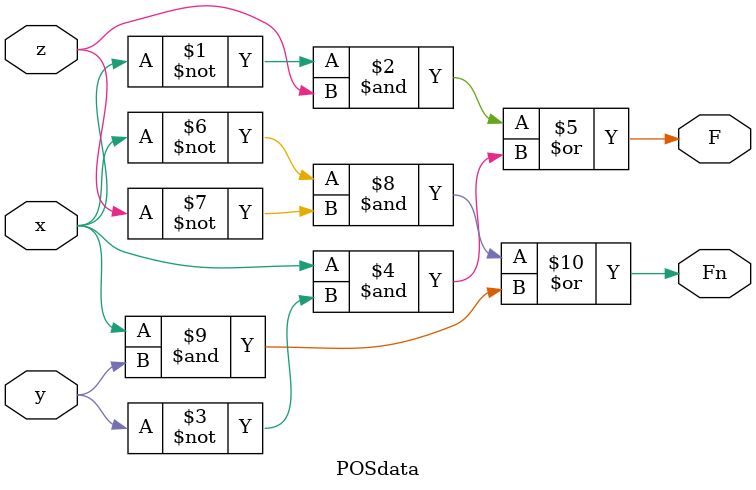
<source format=v>
module POSdata(x,y,z,F,Fn);
input x,y,z;
output F,Fn;
assign F= (~x&z)|(x&~y);
assign Fn = (~x&~z)|(x&y);
endmodule

</source>
